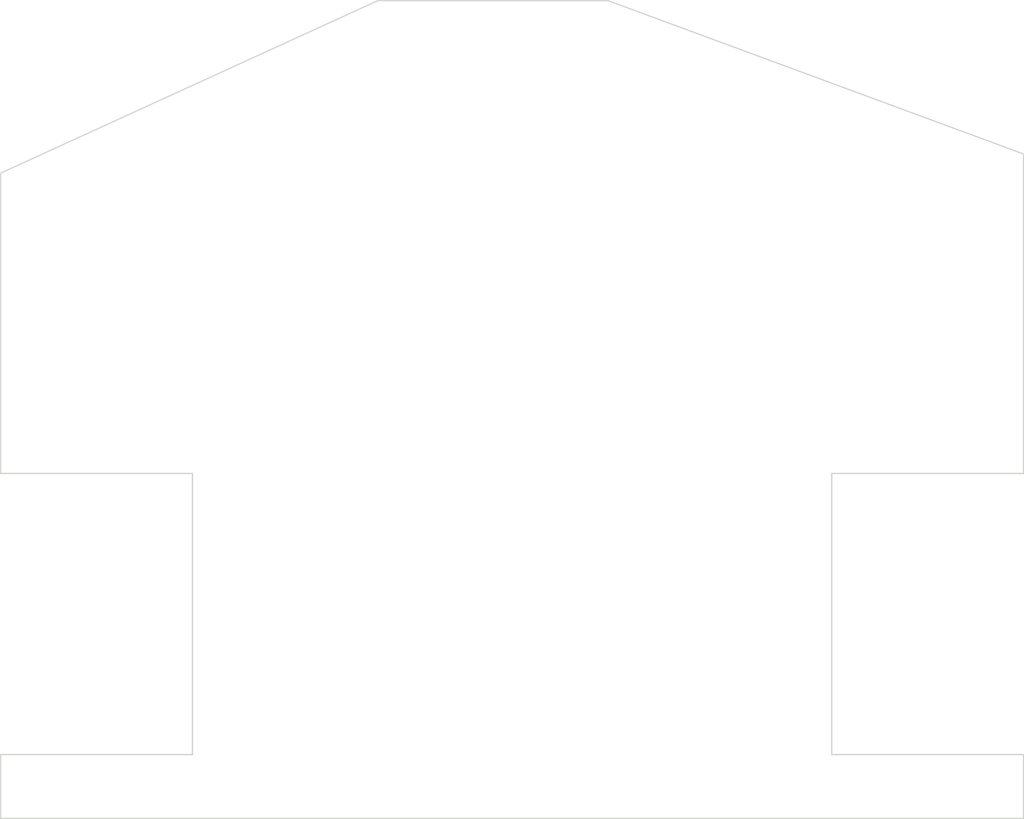
<source format=kicad_pcb>
(kicad_pcb (version 20211014) (generator pcbnew)

  (general
    (thickness 1.6)
  )

  (paper "A4")
  (layers
    (0 "F.Cu" signal)
    (31 "B.Cu" signal)
    (32 "B.Adhes" user "B.Adhesive")
    (33 "F.Adhes" user "F.Adhesive")
    (34 "B.Paste" user)
    (35 "F.Paste" user)
    (36 "B.SilkS" user "B.Silkscreen")
    (37 "F.SilkS" user "F.Silkscreen")
    (38 "B.Mask" user)
    (39 "F.Mask" user)
    (40 "Dwgs.User" user "User.Drawings")
    (41 "Cmts.User" user "User.Comments")
    (42 "Eco1.User" user "User.Eco1")
    (43 "Eco2.User" user "User.Eco2")
    (44 "Edge.Cuts" user)
    (45 "Margin" user)
    (46 "B.CrtYd" user "B.Courtyard")
    (47 "F.CrtYd" user "F.Courtyard")
    (48 "B.Fab" user)
    (49 "F.Fab" user)
    (50 "User.1" user)
    (51 "User.2" user)
    (52 "User.3" user)
    (53 "User.4" user)
    (54 "User.5" user)
    (55 "User.6" user)
    (56 "User.7" user)
    (57 "User.8" user)
    (58 "User.9" user)
  )

  (setup
    (pad_to_mask_clearance 0)
    (pcbplotparams
      (layerselection 0x00010fc_ffffffff)
      (disableapertmacros false)
      (usegerberextensions false)
      (usegerberattributes true)
      (usegerberadvancedattributes true)
      (creategerberjobfile true)
      (svguseinch false)
      (svgprecision 6)
      (excludeedgelayer true)
      (plotframeref false)
      (viasonmask false)
      (mode 1)
      (useauxorigin false)
      (hpglpennumber 1)
      (hpglpenspeed 20)
      (hpglpendiameter 15.000000)
      (dxfpolygonmode true)
      (dxfimperialunits true)
      (dxfusepcbnewfont true)
      (psnegative false)
      (psa4output false)
      (plotreference true)
      (plotvalue true)
      (plotinvisibletext false)
      (sketchpadsonfab false)
      (subtractmaskfromsilk false)
      (outputformat 1)
      (mirror false)
      (drillshape 1)
      (scaleselection 1)
      (outputdirectory "")
    )
  )

  (net 0 "")

  (gr_line (start 125 100.5) (end 154.5 87) (layer "Edge.Cuts") (width 0.1) (tstamp 135cf4ab-d00c-4bea-986f-29609af9a4a6))
  (gr_line (start 205 146) (end 190 146) (layer "Edge.Cuts") (width 0.1) (tstamp 26fe0aba-0226-4ff1-a2d3-100e048ff9bf))
  (gr_line (start 190 146) (end 190 124) (layer "Edge.Cuts") (width 0.1) (tstamp 3ec5b164-ff34-4abf-9835-0c7dcc0fa36b))
  (gr_line (start 125 151) (end 125 146) (layer "Edge.Cuts") (width 0.1) (tstamp 401f6d9b-70a7-43e8-8050-89b493adc030))
  (gr_line (start 154.5 87) (end 172.5 87) (layer "Edge.Cuts") (width 0.1) (tstamp 5456f657-057f-4b3b-8461-7acc8e8dd8dd))
  (gr_line (start 172.5 87) (end 205 99) (layer "Edge.Cuts") (width 0.1) (tstamp 8c9adfbe-4d7e-435a-a4c1-e9b6b61f9370))
  (gr_line (start 140 146) (end 140 124) (layer "Edge.Cuts") (width 0.1) (tstamp 8f1fb577-c6ba-4314-8e7d-fc4b5e3075d0))
  (gr_line (start 125 146) (end 140 146) (layer "Edge.Cuts") (width 0.1) (tstamp acda2fb3-4ca3-4884-a593-28dbfbaae67c))
  (gr_line (start 205 151) (end 125 151) (layer "Edge.Cuts") (width 0.1) (tstamp ae8964fa-a4d1-43d9-9fd2-e22b0b553063))
  (gr_line (start 140 124) (end 125 124) (layer "Edge.Cuts") (width 0.1) (tstamp ba80d644-5140-4e90-8008-f537eb7c47cd))
  (gr_line (start 205 99) (end 205 124) (layer "Edge.Cuts") (width 0.1) (tstamp c1b4ace3-c6da-40d7-8eef-904baf80d09e))
  (gr_line (start 125 124) (end 125 100.5) (layer "Edge.Cuts") (width 0.1) (tstamp d06d4800-daf5-4632-b17b-f7ccd0d0a42f))
  (gr_line (start 205 151) (end 205 146) (layer "Edge.Cuts") (width 0.1) (tstamp e2818ce0-16a8-4d43-a4b7-7dabca9c23ae))
  (gr_line (start 190 124) (end 205 124) (layer "Edge.Cuts") (width 0.1) (tstamp e6f6b447-6c1f-4688-ba32-e410d20d5e59))

)

</source>
